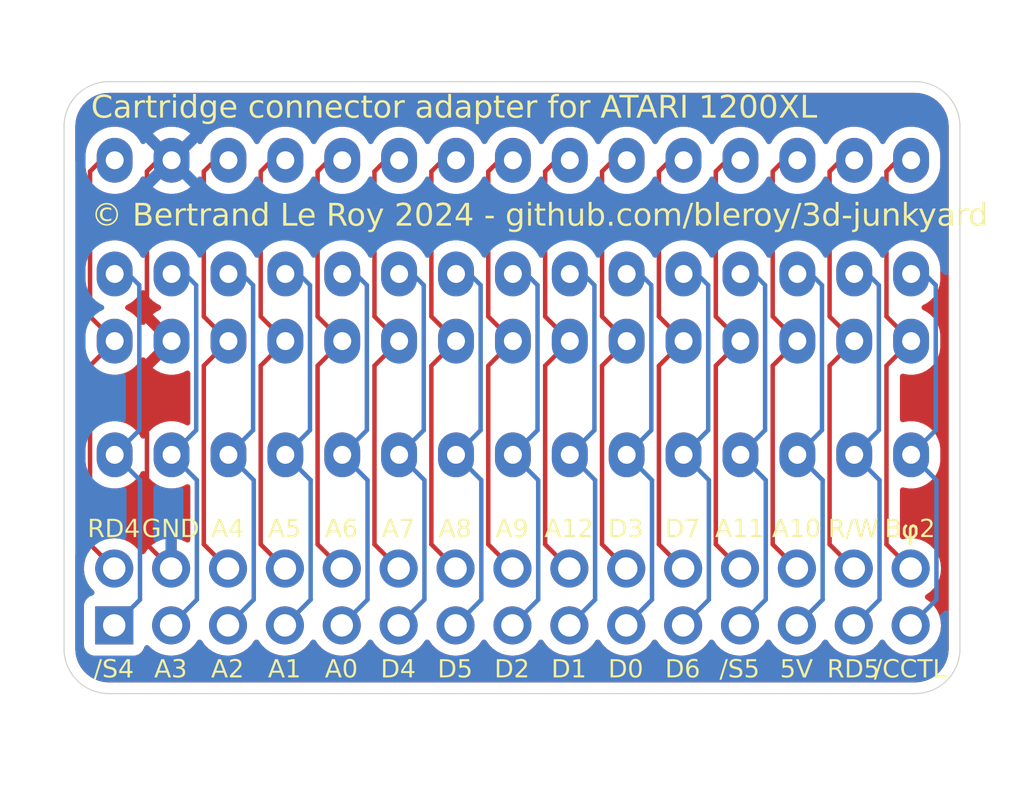
<source format=kicad_pcb>
(kicad_pcb (version 20240108) (generator "pcbnew") (generator_version "8.0")
  (layers (0 "F.Cu" signal) (31 "B.Cu" signal) (34 "B.Paste" user) (35 "F.Paste" user) (36 "B.SilkS" user "B.Silkscreen") (37 "F.SilkS" user "F.Silkscreen") (38 "B.Mask" user) (39 "F.Mask" user) (44 "Edge.Cuts" user))
  (net 0 "")
  (net 1 "/1")
  (net 2 "/C")
  (net 3 "/J")
  (net 4 "/14")
  (net 5 "/7")
  (net 6 "/13")
  (net 7 "/12")
  (net 8 "/A")
  (net 9 "/2")
  (net 10 "/N")
  (net 11 "/L")
  (net 12 "/4")
  (net 13 "/M")
  (net 14 "/B")
  (net 15 "/D")
  (net 16 "/6")
  (net 17 "/K")
  (net 18 "/5")
  (net 19 "/H")
  (net 20 "/15")
  (net 21 "/3")
  (net 22 "/S")
  (net 23 "/F")
  (net 24 "/E")
  (net 25 "/8")
  (net 26 "/R")
  (net 27 "/10")
  (net 28 "/P")
  (net 29 "/9")
  (net 30 "/11")
  (footprint "Library:Atari_Cartridge_Connector" (layer "F.Cu") (at 148.62 81.18)
    (property "Reference" "J2" (hide yes))
    (property "Value" "02x15 Edge" (hide yes))
    (pad "1" thru_hole oval (at -17.78 2.54) (size 1.6 2) (drill 0.8) (layers "*.Cu" "*.Mask") (net 1 "/1"))
    (pad "2" thru_hole oval (at -15.24 2.54) (size 1.6 2) (drill 0.8) (layers "*.Cu" "*.Mask") (net 9 "/2"))
    (pad "3" thru_hole oval (at -12.7 2.54) (size 1.6 2) (drill 0.8) (layers "*.Cu" "*.Mask") (net 21 "/3"))
    (pad "4" thru_hole oval (at -10.16 2.54) (size 1.6 2) (drill 0.8) (layers "*.Cu" "*.Mask") (net 12 "/4"))
    (pad "5" thru_hole oval (at -7.62 2.54) (size 1.6 2) (drill 0.8) (layers "*.Cu" "*.Mask") (net 18 "/5"))
    (pad "6" thru_hole oval (at -5.08 2.54) (size 1.6 2) (drill 0.8) (layers "*.Cu" "*.Mask") (net 16 "/6"))
    (pad "7" thru_hole oval (at -2.54 2.54) (size 1.6 2) (drill 0.8) (layers "*.Cu" "*.Mask") (net 5 "/7"))
    (pad "8" thru_hole oval (at 0 2.54) (size 1.6 2) (drill 0.8) (layers "*.Cu" "*.Mask") (net 25 "/8"))
    (pad "9" thru_hole oval (at 2.54 2.54) (size 1.6 2) (drill 0.8) (layers "*.Cu" "*.Mask") (net 29 "/9"))
    (pad "10" thru_hole oval (at 5.08 2.54) (size 1.6 2) (drill 0.8) (layers "*.Cu" "*.Mask") (net 27 "/10"))
    (pad "11" thru_hole oval (at 7.62 2.54) (size 1.6 2) (drill 0.8) (layers "*.Cu" "*.Mask") (net 30 "/11"))
    (pad "12" thru_hole oval (at 10.16 2.54) (size 1.6 2) (drill 0.8) (layers "*.Cu" "*.Mask") (net 7 "/12"))
    (pad "13" thru_hole oval (at 12.7 2.54) (size 1.6 2) (drill 0.8) (layers "*.Cu" "*.Mask") (net 6 "/13"))
    (pad "14" thru_hole oval (at 15.24 2.54) (size 1.6 2) (drill 0.8) (layers "*.Cu" "*.Mask") (net 4 "/14"))
    (pad "15" thru_hole oval (at 17.78 2.54) (size 1.6 2) (drill 0.8) (layers "*.Cu" "*.Mask") (net 20 "/15"))
    (pad "A" thru_hole oval (at -17.78 -2.54) (size 1.6 2) (drill 0.8) (layers "*.Cu" "*.Mask") (net 8 "/A"))
    (pad "B" thru_hole oval (at -15.24 -2.54) (size 1.6 2) (drill 0.8) (layers "*.Cu" "*.Mask") (net 14 "/B"))
    (pad "C" thru_hole oval (at -12.7 -2.54) (size 1.6 2) (drill 0.8) (layers "*.Cu" "*.Mask") (net 2 "/C"))
    (pad "D" thru_hole oval (at -10.16 -2.54) (size 1.6 2) (drill 0.8) (layers "*.Cu" "*.Mask") (net 15 "/D"))
    (pad "E" thru_hole oval (at -7.62 -2.54) (size 1.6 2) (drill 0.8) (layers "*.Cu" "*.Mask") (net 24 "/E"))
    (pad "F" thru_hole oval (at -5.08 -2.54) (size 1.6 2) (drill 0.8) (layers "*.Cu" "*.Mask") (net 23 "/F"))
    (pad "H" thru_hole oval (at -2.54 -2.54) (size 1.6 2) (drill 0.8) (layers "*.Cu" "*.Mask") (net 19 "/H"))
    (pad "J" thru_hole oval (at 0 -2.54) (size 1.6 2) (drill 0.8) (layers "*.Cu" "*.Mask") (net 3 "/J"))
    (pad "K" thru_hole oval (at 2.54 -2.54) (size 1.6 2) (drill 0.8) (layers "*.Cu" "*.Mask") (net 17 "/K"))
    (pad "L" thru_hole oval (at 5.08 -2.54) (size 1.6 2) (drill 0.8) (layers "*.Cu" "*.Mask") (net 11 "/L"))
    (pad "M" thru_hole oval (at 7.62 -2.54) (size 1.6 2) (drill 0.8) (layers "*.Cu" "*.Mask") (net 13 "/M"))
    (pad "N" thru_hole oval (at 10.16 -2.54) (size 1.6 2) (drill 0.8) (layers "*.Cu" "*.Mask") (net 10 "/N"))
    (pad "P" thru_hole oval (at 12.7 -2.54) (size 1.6 2) (drill 0.8) (layers "*.Cu" "*.Mask") (net 28 "/P"))
    (pad "R" thru_hole oval (at 15.24 -2.54) (size 1.6 2) (drill 0.8) (layers "*.Cu" "*.Mask") (net 26 "/R"))
    (pad "S" thru_hole oval (at 17.78 -2.54) (size 1.6 2) (drill 0.8) (layers "*.Cu" "*.Mask") (net 22 "/S"))
  )
  (footprint "Library:Atari_Cartridge_Connector" (layer "F.Cu") (at 148.62 89.26)
    (property "Reference" "J1" (hide yes))
    (property "Value" "02x15 Edge" (hide yes))
    (pad "1" thru_hole oval (at -17.78 2.54) (size 1.6 2) (drill 0.8) (layers "*.Cu" "*.Mask") (net 1 "/1"))
    (pad "2" thru_hole oval (at -15.24 2.54) (size 1.6 2) (drill 0.8) (layers "*.Cu" "*.Mask") (net 9 "/2"))
    (pad "3" thru_hole oval (at -12.7 2.54) (size 1.6 2) (drill 0.8) (layers "*.Cu" "*.Mask") (net 21 "/3"))
    (pad "4" thru_hole oval (at -10.16 2.54) (size 1.6 2) (drill 0.8) (layers "*.Cu" "*.Mask") (net 12 "/4"))
    (pad "5" thru_hole oval (at -7.62 2.54) (size 1.6 2) (drill 0.8) (layers "*.Cu" "*.Mask") (net 18 "/5"))
    (pad "6" thru_hole oval (at -5.08 2.54) (size 1.6 2) (drill 0.8) (layers "*.Cu" "*.Mask") (net 16 "/6"))
    (pad "7" thru_hole oval (at -2.54 2.54) (size 1.6 2) (drill 0.8) (layers "*.Cu" "*.Mask") (net 5 "/7"))
    (pad "8" thru_hole oval (at 0 2.54) (size 1.6 2) (drill 0.8) (layers "*.Cu" "*.Mask") (net 25 "/8"))
    (pad "9" thru_hole oval (at 2.54 2.54) (size 1.6 2) (drill 0.8) (layers "*.Cu" "*.Mask") (net 29 "/9"))
    (pad "10" thru_hole oval (at 5.08 2.54) (size 1.6 2) (drill 0.8) (layers "*.Cu" "*.Mask") (net 27 "/10"))
    (pad "11" thru_hole oval (at 7.62 2.54) (size 1.6 2) (drill 0.8) (layers "*.Cu" "*.Mask") (net 30 "/11"))
    (pad "12" thru_hole oval (at 10.16 2.54) (size 1.6 2) (drill 0.8) (layers "*.Cu" "*.Mask") (net 7 "/12"))
    (pad "13" thru_hole oval (at 12.7 2.54) (size 1.6 2) (drill 0.8) (layers "*.Cu" "*.Mask") (net 6 "/13"))
    (pad "14" thru_hole oval (at 15.24 2.54) (size 1.6 2) (drill 0.8) (layers "*.Cu" "*.Mask") (net 4 "/14"))
    (pad "15" thru_hole oval (at 17.78 2.54) (size 1.6 2) (drill 0.8) (layers "*.Cu" "*.Mask") (net 20 "/15"))
    (pad "A" thru_hole oval (at -17.78 -2.54) (size 1.6 2) (drill 0.8) (layers "*.Cu" "*.Mask") (net 8 "/A"))
    (pad "B" thru_hole oval (at -15.24 -2.54) (size 1.6 2) (drill 0.8) (layers "*.Cu" "*.Mask") (net 14 "/B"))
    (pad "C" thru_hole oval (at -12.7 -2.54) (size 1.6 2) (drill 0.8) (layers "*.Cu" "*.Mask") (net 2 "/C"))
    (pad "D" thru_hole oval (at -10.16 -2.54) (size 1.6 2) (drill 0.8) (layers "*.Cu" "*.Mask") (net 15 "/D"))
    (pad "E" thru_hole oval (at -7.62 -2.54) (size 1.6 2) (drill 0.8) (layers "*.Cu" "*.Mask") (net 24 "/E"))
    (pad "F" thru_hole oval (at -5.08 -2.54) (size 1.6 2) (drill 0.8) (layers "*.Cu" "*.Mask") (net 23 "/F"))
    (pad "H" thru_hole oval (at -2.54 -2.54) (size 1.6 2) (drill 0.8) (layers "*.Cu" "*.Mask") (net 19 "/H"))
    (pad "J" thru_hole oval (at 0 -2.54) (size 1.6 2) (drill 0.8) (layers "*.Cu" "*.Mask") (net 3 "/J"))
    (pad "K" thru_hole oval (at 2.54 -2.54) (size 1.6 2) (drill 0.8) (layers "*.Cu" "*.Mask") (net 17 "/K"))
    (pad "L" thru_hole oval (at 5.08 -2.54) (size 1.6 2) (drill 0.8) (layers "*.Cu" "*.Mask") (net 11 "/L"))
    (pad "M" thru_hole oval (at 7.62 -2.54) (size 1.6 2) (drill 0.8) (layers "*.Cu" "*.Mask") (net 13 "/M"))
    (pad "N" thru_hole oval (at 10.16 -2.54) (size 1.6 2) (drill 0.8) (layers "*.Cu" "*.Mask") (net 10 "/N"))
    (pad "P" thru_hole oval (at 12.7 -2.54) (size 1.6 2) (drill 0.8) (layers "*.Cu" "*.Mask") (net 28 "/P"))
    (pad "R" thru_hole oval (at 15.24 -2.54) (size 1.6 2) (drill 0.8) (layers "*.Cu" "*.Mask") (net 26 "/R"))
    (pad "S" thru_hole oval (at 17.78 -2.54) (size 1.6 2) (drill 0.8) (layers "*.Cu" "*.Mask") (net 22 "/S"))
  )
  (footprint "Connector_PinHeader_2.54mm:PinHeader_2x15_P2.54mm_Vertical" (layer "F.Cu") (at 130.82 99.42 90)
    (property "Reference" "J3" (hide yes))
    (property "Value" "02x15 Edge" (hide yes))
    (pad "1" thru_hole rect (at 0 0 90) (size 1.7 1.7) (drill 1) (layers "*.Cu" "*.Mask") (net 1 "/1"))
    (pad "2" thru_hole oval (at 0 2.54 90) (size 1.7 1.7) (drill 1) (layers "*.Cu" "*.Mask") (net 9 "/2"))
    (pad "3" thru_hole oval (at 0 5.08 90) (size 1.7 1.7) (drill 1) (layers "*.Cu" "*.Mask") (net 21 "/3"))
    (pad "4" thru_hole oval (at 0 7.62 90) (size 1.7 1.7) (drill 1) (layers "*.Cu" "*.Mask") (net 12 "/4"))
    (pad "5" thru_hole oval (at 0 10.16 90) (size 1.7 1.7) (drill 1) (layers "*.Cu" "*.Mask") (net 18 "/5"))
    (pad "6" thru_hole oval (at 0 12.7 90) (size 1.7 1.7) (drill 1) (layers "*.Cu" "*.Mask") (net 16 "/6"))
    (pad "7" thru_hole oval (at 0 15.24 90) (size 1.7 1.7) (drill 1) (layers "*.Cu" "*.Mask") (net 5 "/7"))
    (pad "8" thru_hole oval (at 0 17.78 90) (size 1.7 1.7) (drill 1) (layers "*.Cu" "*.Mask") (net 25 "/8"))
    (pad "9" thru_hole oval (at 0 20.32 90) (size 1.7 1.7) (drill 1) (layers "*.Cu" "*.Mask") (net 29 "/9"))
    (pad "10" thru_hole oval (at 0 22.86 90) (size 1.7 1.7) (drill 1) (layers "*.Cu" "*.Mask") (net 27 "/10"))
    (pad "11" thru_hole oval (at 0 25.4 90) (size 1.7 1.7) (drill 1) (layers "*.Cu" "*.Mask") (net 30 "/11"))
    (pad "12" thru_hole oval (at 0 27.94 90) (size 1.7 1.7) (drill 1) (layers "*.Cu" "*.Mask") (net 7 "/12"))
    (pad "13" thru_hole oval (at 0 30.48 90) (size 1.7 1.7) (drill 1) (layers "*.Cu" "*.Mask") (net 6 "/13"))
    (pad "14" thru_hole oval (at 0 33.02 90) (size 1.7 1.7) (drill 1) (layers "*.Cu" "*.Mask") (net 4 "/14"))
    (pad "15" thru_hole oval (at 0 35.56 90) (size 1.7 1.7) (drill 1) (layers "*.Cu" "*.Mask") (net 20 "/15"))
    (pad "A" thru_hole oval (at 2.54 0 90) (size 1.7 1.7) (drill 1) (layers "*.Cu" "*.Mask") (net 8 "/A"))
    (pad "B" thru_hole oval (at 2.54 2.54 90) (size 1.7 1.7) (drill 1) (layers "*.Cu" "*.Mask") (net 14 "/B"))
    (pad "C" thru_hole oval (at 2.54 5.08 90) (size 1.7 1.7) (drill 1) (layers "*.Cu" "*.Mask") (net 2 "/C"))
    (pad "D" thru_hole oval (at 2.54 7.62 90) (size 1.7 1.7) (drill 1) (layers "*.Cu" "*.Mask") (net 15 "/D"))
    (pad "E" thru_hole oval (at 2.54 10.16 90) (size 1.7 1.7) (drill 1) (layers "*.Cu" "*.Mask") (net 24 "/E"))
    (pad "F" thru_hole oval (at 2.54 12.7 90) (size 1.7 1.7) (drill 1) (layers "*.Cu" "*.Mask") (net 23 "/F"))
    (pad "H" thru_hole oval (at 2.54 15.24 90) (size 1.7 1.7) (drill 1) (layers "*.Cu" "*.Mask") (net 19 "/H"))
    (pad "J" thru_hole oval (at 2.54 17.78 90) (size 1.7 1.7) (drill 1) (layers "*.Cu" "*.Mask") (net 3 "/J"))
    (pad "K" thru_hole oval (at 2.54 20.32 90) (size 1.7 1.7) (drill 1) (layers "*.Cu" "*.Mask") (net 17 "/K"))
    (pad "L" thru_hole oval (at 2.54 22.86 90) (size 1.7 1.7) (drill 1) (layers "*.Cu" "*.Mask") (net 11 "/L"))
    (pad "M" thru_hole oval (at 2.54 25.4 90) (size 1.7 1.7) (drill 1) (layers "*.Cu" "*.Mask") (net 13 "/M"))
    (pad "N" thru_hole oval (at 2.54 27.94 90) (size 1.7 1.7) (drill 1) (layers "*.Cu" "*.Mask") (net 10 "/N"))
    (pad "P" thru_hole oval (at 2.54 30.48 90) (size 1.7 1.7) (drill 1) (layers "*.Cu" "*.Mask") (net 28 "/P"))
    (pad "R" thru_hole oval (at 2.54 33.02 90) (size 1.7 1.7) (drill 1) (layers "*.Cu" "*.Mask") (net 26 "/R"))
    (pad "S" thru_hole oval (at 2.54 35.56 90) (size 1.7 1.7) (drill 1) (layers "*.Cu" "*.Mask") (net 22 "/S"))
  )
  (gr_line (start 168.58 77.128) (end 168.58 100.468) (stroke (width 0.05)) (layer "Edge.Cuts"))
  (gr_arc (start 128.58 77.128) (mid 129.165786 75.713786) (end 130.58 75.128) (stroke (width 0.05)) (layer "Edge.Cuts"))
  (gr_line (start 128.58 100.468) (end 128.58 77.128) (stroke (width 0.05)) (layer "Edge.Cuts"))
  (gr_line (start 166.58 102.468) (end 130.58 102.468) (stroke (width 0.05)) (layer "Edge.Cuts"))
  (gr_arc (start 130.58 102.468) (mid 129.165786 101.882214) (end 128.58 100.468) (stroke (width 0.05)) (layer "Edge.Cuts"))
  (gr_line (start 130.58 75.128) (end 166.58 75.128) (stroke (width 0.05)) (layer "Edge.Cuts"))
  (gr_arc (start 168.58 100.468) (mid 167.994214 101.882214) (end 166.58 102.468) (stroke (width 0.05)) (layer "Edge.Cuts"))
  (gr_arc (start 166.58 75.128) (mid 167.994214 75.713786) (end 168.58 77.128) (stroke (width 0.05)) (layer "Edge.Cuts"))
  (gr_text "A9" (at 148.58 95.61 0) (layer "F.SilkS") (effects (font (size 0.8 0.8) (thickness 0.125)) (justify bottom)))
  (gr_text "GND" (at 133.34 95.61 0) (layer "F.SilkS") (effects (font (size 0.8 0.8) (thickness 0.125)) (justify bottom)))
  (gr_text "R/W" (at 163.82 95.61 0) (layer "F.SilkS") (effects (font (size 0.8 0.8) (thickness 0.125)) (justify bottom)))
  (gr_text "A7" (at 143.5 95.61 0) (layer "F.SilkS") (effects (font (size 0.8 0.8) (thickness 0.125)) (justify bottom)))
  (gr_text "A10" (at 161.28 95.61 0) (layer "F.SilkS") (effects (font (size 0.8 0.8) (thickness 0.125)) (justify bottom)))
  (gr_text "D3" (at 153.66 95.61 0) (layer "F.SilkS") (effects (font (size 0.8 0.8) (thickness 0.125)) (justify bottom)))
  (gr_text "RD4" (at 130.8 95.61 0) (layer "F.SilkS") (effects (font (size 0.8 0.8) (thickness 0.125)) (justify bottom)))
  (gr_text "A5" (at 138.42 95.61 0) (layer "F.SilkS") (effects (font (size 0.8 0.8) (thickness 0.125)) (justify bottom)))
  (gr_text "A4" (at 135.88 95.61 0) (layer "F.SilkS") (effects (font (size 0.8 0.8) (thickness 0.125)) (justify bottom)))
  (gr_text "2" (at 167.122 95.61 0) (layer "F.SilkS") (effects (font (size 0.8 0.8) (thickness 0.125)) (justify bottom)))
  (gr_text "B" (at 165.598 95.61 0) (layer "F.SilkS") (effects (font (size 0.8 0.8) (thickness 0.125)) (justify bottom)))
  (gr_text "/S5" (at 158.74 100.944 0) (layer "F.SilkS") (effects (font (size 0.8 0.8) (thickness 0.125)) (justify top)))
  (gr_text "© Bertrand Le Roy 2024 - github.com/bleroy/3d-junkyard" (at 129.784 81.732 0) (layer "F.SilkS") (effects (font (size 1 1) (thickness 0.125)) (justify left bottom)))
  (gr_text "/S4" (at 130.8 100.944 0) (layer "F.SilkS") (effects (font (size 0.8 0.8) (thickness 0.125)) (justify top)))
  (gr_text "RD5" (at 163.82 100.944 0) (layer "F.SilkS") (effects (font (size 0.8 0.8) (thickness 0.125)) (justify top)))
  (gr_text "A3" (at 133.34 100.944 0) (layer "F.SilkS") (effects (font (size 0.8 0.8) (thickness 0.125)) (justify top)))
  (gr_text "D2" (at 148.58 100.944 0) (layer "F.SilkS") (effects (font (size 0.8 0.8) (thickness 0.125)) (justify top)))
  (gr_text "D7" (at 156.2 95.61 0) (layer "F.SilkS") (effects (font (size 0.8 0.8) (thickness 0.125)) (justify bottom)))
  (gr_text "A12" (at 151.12 95.61 0) (layer "F.SilkS") (effects (font (size 0.8 0.8) (thickness 0.125)) (justify bottom)))
  (gr_text "D4" (at 143.5 100.944 0) (layer "F.SilkS") (effects (font (size 0.8 0.8) (thickness 0.125)) (justify top)))
  (gr_text "D6" (at 156.2 100.944 0) (layer "F.SilkS") (effects (font (size 0.8 0.8) (thickness 0.125)) (justify top)))
  (gr_text "5V" (at 161.28 100.944 0) (layer "F.SilkS") (effects (font (size 0.8 0.8) (thickness 0.125)) (justify top)))
  (gr_text "A11" (at 158.74 95.61 0) (layer "F.SilkS") (effects (font (size 0.8 0.8) (thickness 0.125)) (justify bottom)))
  (gr_text "φ" (at 166.36 95.61 0) (layer "F.SilkS") (effects (font (size 0.8 0.8) (thickness 0.125)) (justify bottom)))
  (gr_text "Cartridge connector adapter for ATARI 1200XL" (at 129.784 76.906 0) (layer "F.SilkS") (effects (font (size 1 1) (thickness 0.125)) (justify left bottom)))
  (gr_text "A6" (at 140.96 95.61 0) (layer "F.SilkS") (effects (font (size 0.8 0.8) (thickness 0.125)) (justify bottom)))
  (gr_text "D1" (at 151.12 100.944 0) (layer "F.SilkS") (effects (font (size 0.8 0.8) (thickness 0.125)) (justify top)))
  (gr_text "D5" (at 146.04 100.944 0) (layer "F.SilkS") (effects (font (size 0.8 0.8) (thickness 0.125)) (justify top)))
  (gr_text "A8" (at 146.04 95.61 0) (layer "F.SilkS") (effects (font (size 0.8 0.8) (thickness 0.125)) (justify bottom)))
  (gr_text "/CCTL" (at 166.36 100.944 0) (layer "F.SilkS") (effects (font (size 0.8 0.8) (thickness 0.125)) (justify top)))
  (gr_text "A0" (at 140.96 100.944 0) (layer "F.SilkS") (effects (font (size 0.8 0.8) (thickness 0.125)) (justify top)))
  (gr_text "A2" (at 135.88 100.944 0) (layer "F.SilkS") (effects (font (size 0.8 0.8) (thickness 0.125)) (justify top)))
  (gr_text "A1" (at 138.42 100.944 0) (layer "F.SilkS") (effects (font (size 0.8 0.8) (thickness 0.125)) (justify top)))
  (gr_text "D0" (at 153.66 100.944 0) (layer "F.SilkS") (effects (font (size 0.8 0.8) (thickness 0.125)) (justify top)))
  (segment (start 131.94 84.22) (end 130.84 83.12) (width 0.2) (layer "B.Cu") (net 1))
  (segment (start 130.82 99.42) (end 131.97 98.27) (width 0.2) (layer "B.Cu") (net 1))
  (segment (start 131.94 90.7) (end 131.94 84.22) (width 0.2) (layer "B.Cu") (net 1))
  (segment (start 130.84 91.8) (end 131.94 90.7) (width 0.2) (layer "B.Cu") (net 1))
  (segment (start 131.97 92.93) (end 130.84 91.8) (width 0.2) (layer "B.Cu") (net 1))
  (segment (start 131.97 98.27) (end 131.97 92.93) (width 0.2) (layer "B.Cu") (net 1))
  (segment (start 134.82 95.8) (end 134.82 87.82) (width 0.2) (layer "F.Cu") (net 2))
  (segment (start 134.82 79.14) (end 135.92 78.04) (width 0.2) (layer "F.Cu") (net 2))
  (segment (start 135.9 96.88) (end 134.82 95.8) (width 0.2) (layer "F.Cu") (net 2))
  (segment (start 135.92 86.72) (end 134.82 85.62) (width 0.2) (layer "F.Cu") (net 2))
  (segment (start 134.82 87.82) (end 135.92 86.72) (width 0.2) (layer "F.Cu") (net 2))
  (segment (start 134.82 85.62) (end 134.82 79.14) (width 0.2) (layer "F.Cu") (net 2))
  (segment (start 147.52 85.62) (end 147.52 79.14) (width 0.2) (layer "F.Cu") (net 3))
  (segment (start 148.62 86.72) (end 147.52 85.62) (width 0.2) (layer "F.Cu") (net 3))
  (segment (start 147.52 87.82) (end 148.62 86.72) (width 0.2) (layer "F.Cu") (net 3))
  (segment (start 147.52 95.8) (end 147.52 87.82) (width 0.2) (layer "F.Cu") (net 3))
  (segment (start 148.6 96.88) (end 147.52 95.8) (width 0.2) (layer "F.Cu") (net 3))
  (segment (start 147.52 79.14) (end 148.62 78.04) (width 0.2) (layer "F.Cu") (net 3))
  (segment (start 163.86 91.8) (end 164.96 90.7) (width 0.2) (layer "B.Cu") (net 4))
  (segment (start 164.96 90.7) (end 164.96 84.22) (width 0.2) (layer "B.Cu") (net 4))
  (segment (start 164.99 98.27) (end 164.99 92.93) (width 0.2) (layer "B.Cu") (net 4))
  (segment (start 164.96 84.22) (end 163.86 83.12) (width 0.2) (layer "B.Cu") (net 4))
  (segment (start 164.99 92.93) (end 163.86 91.8) (width 0.2) (layer "B.Cu") (net 4))
  (segment (start 163.84 99.42) (end 164.99 98.27) (width 0.2) (layer "B.Cu") (net 4))
  (segment (start 147.21 98.27) (end 147.21 92.93) (width 0.2) (layer "B.Cu") (net 5))
  (segment (start 146.08 91.8) (end 147.18 90.7) (width 0.2) (layer "B.Cu") (net 5))
  (segment (start 146.06 99.42) (end 147.21 98.27) (width 0.2) (layer "B.Cu") (net 5))
  (segment (start 147.21 92.93) (end 146.08 91.8) (width 0.2) (layer "B.Cu") (net 5))
  (segment (start 147.18 90.7) (end 147.18 84.22) (width 0.2) (layer "B.Cu") (net 5))
  (segment (start 147.18 84.22) (end 146.08 83.12) (width 0.2) (layer "B.Cu") (net 5))
  (segment (start 162.42 90.7) (end 162.42 84.22) (width 0.2) (layer "B.Cu") (net 6))
  (segment (start 162.42 84.22) (end 161.32 83.12) (width 0.2) (layer "B.Cu") (net 6))
  (segment (start 162.45 98.27) (end 162.45 92.93) (width 0.2) (layer "B.Cu") (net 6))
  (segment (start 162.45 92.93) (end 161.32 91.8) (width 0.2) (layer "B.Cu") (net 6))
  (segment (start 161.3 99.42) (end 162.45 98.27) (width 0.2) (layer "B.Cu") (net 6))
  (segment (start 161.32 91.8) (end 162.42 90.7) (width 0.2) (layer "B.Cu") (net 6))
  (segment (start 159.88 84.22) (end 158.78 83.12) (width 0.2) (layer "B.Cu") (net 7))
  (segment (start 158.78 91.8) (end 159.88 90.7) (width 0.2) (layer "B.Cu") (net 7))
  (segment (start 159.91 92.93) (end 158.78 91.8) (width 0.2) (layer "B.Cu") (net 7))
  (segment (start 159.88 90.7) (end 159.88 84.22) (width 0.2) (layer "B.Cu") (net 7))
  (segment (start 159.91 98.27) (end 159.91 92.93) (width 0.2) (layer "B.Cu") (net 7))
  (segment (start 158.76 99.42) (end 159.91 98.27) (width 0.2) (layer "B.Cu") (net 7))
  (segment (start 129.74 95.8) (end 129.74 87.82) (width 0.2) (layer "F.Cu") (net 8))
  (segment (start 129.74 85.62) (end 129.74 79.14) (width 0.2) (layer "F.Cu") (net 8))
  (segment (start 130.84 86.72) (end 129.74 85.62) (width 0.2) (layer "F.Cu") (net 8))
  (segment (start 129.74 87.82) (end 130.84 86.72) (width 0.2) (layer "F.Cu") (net 8))
  (segment (start 129.74 79.14) (end 130.84 78.04) (width 0.2) (layer "F.Cu") (net 8))
  (segment (start 130.82 96.88) (end 129.74 95.8) (width 0.2) (layer "F.Cu") (net 8))
  (segment (start 133.36 99.42) (end 134.51 98.27) (width 0.2) (layer "B.Cu") (net 9))
  (segment (start 134.51 92.93) (end 133.38 91.8) (width 0.2) (layer "B.Cu") (net 9))
  (segment (start 134.48 84.22) (end 133.38 83.12) (width 0.2) (layer "B.Cu") (net 9))
  (segment (start 134.51 98.27) (end 134.51 92.93) (width 0.2) (layer "B.Cu") (net 9))
  (segment (start 133.38 91.8) (end 134.48 90.7) (width 0.2) (layer "B.Cu") (net 9))
  (segment (start 134.48 90.7) (end 134.48 84.22) (width 0.2) (layer "B.Cu") (net 9))
  (segment (start 157.68 87.82) (end 158.78 86.72) (width 0.2) (layer "F.Cu") (net 10))
  (segment (start 157.68 79.14) (end 158.78 78.04) (width 0.2) (layer "F.Cu") (net 10))
  (segment (start 158.76 96.88) (end 157.68 95.8) (width 0.2) (layer "F.Cu") (net 10))
  (segment (start 157.68 85.62) (end 157.68 79.14) (width 0.2) (layer "F.Cu") (net 10))
  (segment (start 158.78 86.72) (end 157.68 85.62) (width 0.2) (layer "F.Cu") (net 10))
  (segment (start 157.68 95.8) (end 157.68 87.82) (width 0.2) (layer "F.Cu") (net 10))
  (segment (start 153.7 86.72) (end 152.6 85.62) (width 0.2) (layer "F.Cu") (net 11))
  (segment (start 152.6 85.62) (end 152.6 79.14) (width 0.2) (layer "F.Cu") (net 11))
  (segment (start 152.6 79.14) (end 153.7 78.04) (width 0.2) (layer "F.Cu") (net 11))
  (segment (start 152.6 95.8) (end 152.6 87.82) (width 0.2) (layer "F.Cu") (net 11))
  (segment (start 153.68 96.88) (end 152.6 95.8) (width 0.2) (layer "F.Cu") (net 11))
  (segment (start 152.6 87.82) (end 153.7 86.72) (width 0.2) (layer "F.Cu") (net 11))
  (segment (start 139.59 98.27) (end 139.59 92.93) (width 0.2) (layer "B.Cu") (net 12))
  (segment (start 139.56 90.7) (end 139.56 84.22) (width 0.2) (layer "B.Cu") (net 12))
  (segment (start 139.59 92.93) (end 138.46 91.8) (width 0.2) (layer "B.Cu") (net 12))
  (segment (start 138.44 99.42) (end 139.59 98.27) (width 0.2) (layer "B.Cu") (net 12))
  (segment (start 138.46 91.8) (end 139.56 90.7) (width 0.2) (layer "B.Cu") (net 12))
  (segment (start 139.56 84.22) (end 138.46 83.12) (width 0.2) (layer "B.Cu") (net 12))
  (segment (start 155.14 85.62) (end 155.14 79.14) (width 0.2) (layer "F.Cu") (net 13))
  (segment (start 155.14 79.14) (end 156.24 78.04) (width 0.2) (layer "F.Cu") (net 13))
  (segment (start 156.24 86.72) (end 155.14 85.62) (width 0.2) (layer "F.Cu") (net 13))
  (segment (start 156.22 96.88) (end 155.14 95.8) (width 0.2) (layer "F.Cu") (net 13))
  (segment (start 155.14 95.8) (end 155.14 87.82) (width 0.2) (layer "F.Cu") (net 13))
  (segment (start 155.14 87.82) (end 156.24 86.72) (width 0.2) (layer "F.Cu") (net 13))
  (segment (start 132.28 95.8) (end 132.28 87.82) (width 0.2) (layer "F.Cu") (net 14))
  (segment (start 133.36 96.88) (end 132.28 95.8) (width 0.2) (layer "F.Cu") (net 14))
  (segment (start 132.28 79.14) (end 133.38 78.04) (width 0.2) (layer "F.Cu") (net 14))
  (segment (start 133.38 86.72) (end 132.28 85.62) (width 0.2) (layer "F.Cu") (net 14))
  (segment (start 132.28 85.62) (end 132.28 79.14) (width 0.2) (layer "F.Cu") (net 14))
  (segment (start 132.28 87.82) (end 133.38 86.72) (width 0.2) (layer "F.Cu") (net 14))
  (segment (start 137.36 85.62) (end 137.36 79.14) (width 0.2) (layer "F.Cu") (net 15))
  (segment (start 138.44 96.88) (end 137.36 95.8) (width 0.2) (layer "F.Cu") (net 15))
  (segment (start 137.36 95.8) (end 137.36 87.82) (width 0.2) (layer "F.Cu") (net 15))
  (segment (start 138.46 86.72) (end 137.36 85.62) (width 0.2) (layer "F.Cu") (net 15))
  (segment (start 137.36 79.14) (end 138.46 78.04) (width 0.2) (layer "F.Cu") (net 15))
  (segment (start 137.36 87.82) (end 138.46 86.72) (width 0.2) (layer "F.Cu") (net 15))
  (segment (start 144.64 90.7) (end 144.64 84.22) (width 0.2) (layer "B.Cu") (net 16))
  (segment (start 143.52 99.42) (end 144.67 98.27) (width 0.2) (layer "B.Cu") (net 16))
  (segment (start 144.67 98.27) (end 144.67 92.93) (width 0.2) (layer "B.Cu") (net 16))
  (segment (start 144.64 84.22) (end 143.54 83.12) (width 0.2) (layer "B.Cu") (net 16))
  (segment (start 144.67 92.93) (end 143.54 91.8) (width 0.2) (layer "B.Cu") (net 16))
  (segment (start 143.54 91.8) (end 144.64 90.7) (width 0.2) (layer "B.Cu") (net 16))
  (segment (start 150.06 95.8) (end 150.06 87.82) (width 0.2) (layer "F.Cu") (net 17))
  (segment (start 151.16 86.72) (end 150.06 85.62) (width 0.2) (layer "F.Cu") (net 17))
  (segment (start 150.06 85.62) (end 150.06 79.14) (width 0.2) (layer "F.Cu") (net 17))
  (segment (start 150.06 79.14) (end 151.16 78.04) (width 0.2) (layer "F.Cu") (net 17))
  (segment (start 151.14 96.88) (end 150.06 95.8) (width 0.2) (layer "F.Cu") (net 17))
  (segment (start 150.06 87.82) (end 151.16 86.72) (width 0.2) (layer "F.Cu") (net 17))
  (segment (start 142.13 92.93) (end 141 91.8) (width 0.2) (layer "B.Cu") (net 18))
  (segment (start 142.1 90.7) (end 142.1 84.22) (width 0.2) (layer "B.Cu") (net 18))
  (segment (start 142.1 84.22) (end 141 83.12) (width 0.2) (layer "B.Cu") (net 18))
  (segment (start 141 91.8) (end 142.1 90.7) (width 0.2) (layer "B.Cu") (net 18))
  (segment (start 140.98 99.42) (end 142.13 98.27) (width 0.2) (layer "B.Cu") (net 18))
  (segment (start 142.13 98.27) (end 142.13 92.93) (width 0.2) (layer "B.Cu") (net 18))
  (segment (start 146.08 86.72) (end 144.98 85.62) (width 0.2) (layer "F.Cu") (net 19))
  (segment (start 144.98 85.62) (end 144.98 79.14) (width 0.2) (layer "F.Cu") (net 19))
  (segment (start 144.98 87.82) (end 146.08 86.72) (width 0.2) (layer "F.Cu") (net 19))
  (segment (start 144.98 95.8) (end 144.98 87.82) (width 0.2) (layer "F.Cu") (net 19))
  (segment (start 144.98 79.14) (end 146.08 78.04) (width 0.2) (layer "F.Cu") (net 19))
  (segment (start 146.06 96.88) (end 144.98 95.8) (width 0.2) (layer "F.Cu") (net 19))
  (segment (start 167.53 92.93) (end 166.4 91.8) (width 0.2) (layer "B.Cu") (net 20))
  (segment (start 167.5 84.22) (end 166.4 83.12) (width 0.2) (layer "B.Cu") (net 20))
  (segment (start 167.5 90.7) (end 167.5 84.22) (width 0.2) (layer "B.Cu") (net 20))
  (segment (start 166.38 99.42) (end 167.53 98.27) (width 0.2) (layer "B.Cu") (net 20))
  (segment (start 167.53 98.27) (end 167.53 92.93) (width 0.2) (layer "B.Cu") (net 20))
  (segment (start 166.4 91.8) (end 167.5 90.7) (width 0.2) (layer "B.Cu") (net 20))
  (segment (start 135.9 99.42) (end 137.05 98.27) (width 0.2) (layer "B.Cu") (net 21))
  (segment (start 137.02 90.7) (end 137.02 84.22) (width 0.2) (layer "B.Cu") (net 21))
  (segment (start 137.05 98.27) (end 137.05 92.93) (width 0.2) (layer "B.Cu") (net 21))
  (segment (start 135.92 91.8) (end 137.02 90.7) (width 0.2) (layer "B.Cu") (net 21))
  (segment (start 137.05 92.93) (end 135.92 91.8) (width 0.2) (layer "B.Cu") (net 21))
  (segment (start 137.02 84.22) (end 135.92 83.12) (width 0.2) (layer "B.Cu") (net 21))
  (segment (start 166.4 86.72) (end 165.3 85.62) (width 0.2) (layer "F.Cu") (net 22))
  (segment (start 165.3 85.62) (end 165.3 79.14) (width 0.2) (layer "F.Cu") (net 22))
  (segment (start 165.3 87.82) (end 166.4 86.72) (width 0.2) (layer "F.Cu") (net 22))
  (segment (start 166.38 96.88) (end 165.3 95.8) (width 0.2) (layer "F.Cu") (net 22))
  (segment (start 165.3 79.14) (end 166.4 78.04) (width 0.2) (layer "F.Cu") (net 22))
  (segment (start 165.3 95.8) (end 165.3 87.82) (width 0.2) (layer "F.Cu") (net 22))
  (segment (start 142.44 79.14) (end 143.54 78.04) (width 0.2) (layer "F.Cu") (net 23))
  (segment (start 143.54 86.72) (end 142.44 85.62) (width 0.2) (layer "F.Cu") (net 23))
  (segment (start 142.44 85.62) (end 142.44 79.14) (width 0.2) (layer "F.Cu") (net 23))
  (segment (start 142.44 95.8) (end 142.44 87.82) (width 0.2) (layer "F.Cu") (net 23))
  (segment (start 143.52 96.88) (end 142.44 95.8) (width 0.2) (layer "F.Cu") (net 23))
  (segment (start 142.44 87.82) (end 143.54 86.72) (width 0.2) (layer "F.Cu") (net 23))
  (segment (start 139.9 95.8) (end 139.9 87.82) (width 0.2) (layer "F.Cu") (net 24))
  (segment (start 139.9 85.62) (end 139.9 79.14) (width 0.2) (layer "F.Cu") (net 24))
  (segment (start 140.98 96.88) (end 139.9 95.8) (width 0.2) (layer "F.Cu") (net 24))
  (segment (start 139.9 87.82) (end 141 86.72) (width 0.2) (layer "F.Cu") (net 24))
  (segment (start 141 86.72) (end 139.9 85.62) (width 0.2) (layer "F.Cu") (net 24))
  (segment (start 139.9 79.14) (end 141 78.04) (width 0.2) (layer "F.Cu") (net 24))
  (segment (start 148.6 99.42) (end 149.75 98.27) (width 0.2) (layer "B.Cu") (net 25))
  (segment (start 149.75 92.93) (end 148.62 91.8) (width 0.2) (layer "B.Cu") (net 25))
  (segment (start 149.72 90.7) (end 149.72 84.22) (width 0.2) (layer "B.Cu") (net 25))
  (segment (start 148.62 91.8) (end 149.72 90.7) (width 0.2) (layer "B.Cu") (net 25))
  (segment (start 149.72 84.22) (end 148.62 83.12) (width 0.2) (layer "B.Cu") (net 25))
  (segment (start 149.75 98.27) (end 149.75 92.93) (width 0.2) (layer "B.Cu") (net 25))
  (segment (start 163.86 86.72) (end 162.76 85.62) (width 0.2) (layer "F.Cu") (net 26))
  (segment (start 162.76 95.8) (end 162.76 87.82) (width 0.2) (layer "F.Cu") (net 26))
  (segment (start 163.84 96.88) (end 162.76 95.8) (width 0.2) (layer "F.Cu") (net 26))
  (segment (start 162.76 79.14) (end 163.86 78.04) (width 0.2) (layer "F.Cu") (net 26))
  (segment (start 162.76 85.62) (end 162.76 79.14) (width 0.2) (layer "F.Cu") (net 26))
  (segment (start 162.76 87.82) (end 163.86 86.72) (width 0.2) (layer "F.Cu") (net 26))
  (segment (start 154.83 92.93) (end 153.7 91.8) (width 0.2) (layer "B.Cu") (net 27))
  (segment (start 154.8 90.7) (end 154.8 84.22) (width 0.2) (layer "B.Cu") (net 27))
  (segment (start 153.68 99.42) (end 154.83 98.27) (width 0.2) (layer "B.Cu") (net 27))
  (segment (start 154.83 98.27) (end 154.83 92.93) (width 0.2) (layer "B.Cu") (net 27))
  (segment (start 154.8 84.22) (end 153.7 83.12) (width 0.2) (layer "B.Cu") (net 27))
  (segment (start 153.7 91.8) (end 154.8 90.7) (width 0.2) (layer "B.Cu") (net 27))
  (segment (start 161.32 86.72) (end 160.22 85.62) (width 0.2) (layer "F.Cu") (net 28))
  (segment (start 160.22 87.82) (end 161.32 86.72) (width 0.2) (layer "F.Cu") (net 28))
  (segment (start 161.3 96.88) (end 160.22 95.8) (width 0.2) (layer "F.Cu") (net 28))
  (segment (start 160.22 79.14) (end 161.32 78.04) (width 0.2) (layer "F.Cu") (net 28))
  (segment (start 160.22 85.62) (end 160.22 79.14) (width 0.2) (layer "F.Cu") (net 28))
  (segment (start 160.22 95.8) (end 160.22 87.82) (width 0.2) (layer "F.Cu") (net 28))
  (segment (start 152.26 90.7) (end 152.26 84.22) (width 0.2) (layer "B.Cu") (net 29))
  (segment (start 152.29 98.27) (end 152.29 92.93) (width 0.2) (layer "B.Cu") (net 29))
  (segment (start 151.14 99.42) (end 152.29 98.27) (width 0.2) (layer "B.Cu") (net 29))
  (segment (start 151.16 91.8) (end 152.26 90.7) (width 0.2) (layer "B.Cu") (net 29))
  (segment (start 152.26 84.22) (end 151.16 83.12) (width 0.2) (layer "B.Cu") (net 29))
  (segment (start 152.29 92.93) (end 151.16 91.8) (width 0.2) (layer "B.Cu") (net 29))
  (segment (start 157.37 98.27) (end 157.37 92.93) (width 0.2) (layer "B.Cu") (net 30))
  (segment (start 157.37 92.93) (end 156.24 91.8) (width 0.2) (layer "B.Cu") (net 30))
  (segment (start 157.34 90.7) (end 157.34 84.22) (width 0.2) (layer "B.Cu") (net 30))
  (segment (start 157.34 84.22) (end 156.24 83.12) (width 0.2) (layer "B.Cu") (net 30))
  (segment (start 156.24 91.8) (end 157.34 90.7) (width 0.2) (layer "B.Cu") (net 30))
  (segment (start 156.22 99.42) (end 157.37 98.27) (width 0.2) (layer "B.Cu") (net 30))
  (zone (net 14) (net_name "/B") (layers "F&B.Cu") (connect_pads (clearance 0.5)) (min_thickness 0.25) (fill yes (thermal_gap 0.5) (thermal_bridge_width 0.5))
    (polygon (pts (xy 125.72 71.48) (xy 171.44 71.48) (xy 171.44 107.04) (xy 125.72 107.04)))
  )
)
</source>
